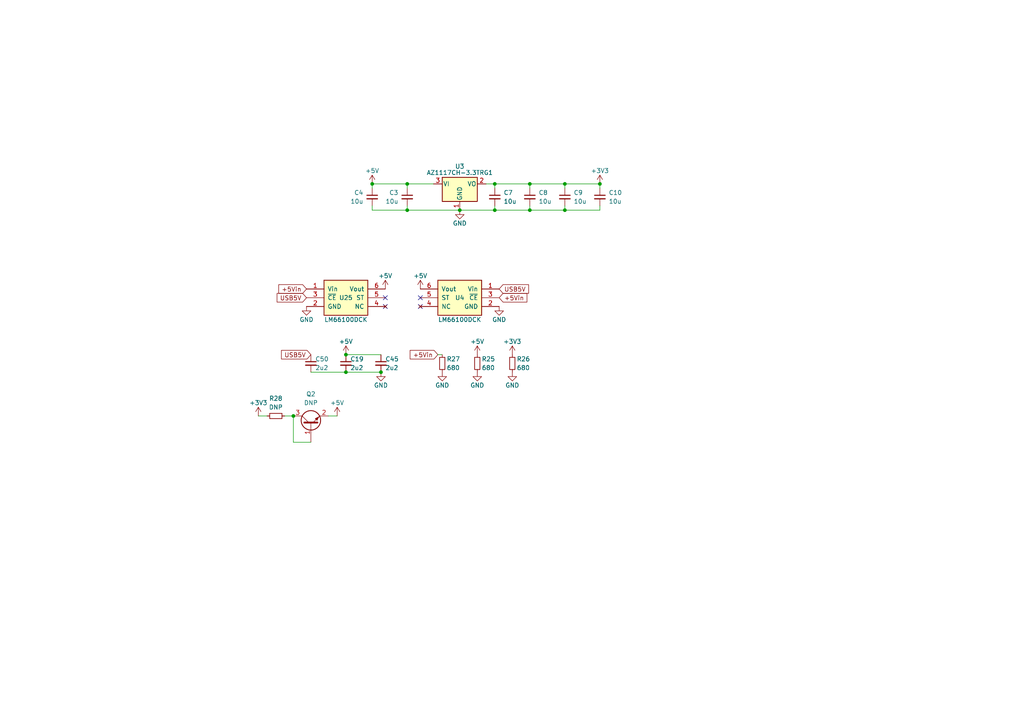
<source format=kicad_sch>
(kicad_sch (version 20231120) (generator "eeschema") (generator_version "8.0")
  (paper "A4")
  (title_block (title "WarpSE (GW4410A)") (date "2024-04-23") (rev "1.0") (company "Garrett's Workshop"))
  (lib_symbols
    (symbol "Device:C_Small" (pin_numbers hide) (pin_names (offset 0.254) hide)
      (property "Reference" "C" (at 0.254 1.778 0))
      (property "Value" "C_Small" (at 0.254 -2.032 0))
      (symbol "C_Small_0_1"
        (polyline (pts (xy -1.524 -0.508) (xy 1.524 -0.508)) (stroke (width 0.3302)))
        (polyline (pts (xy -1.524 0.508) (xy 1.524 0.508)) (stroke (width 0.3048)))
      )
      (symbol "C_Small_1_1"
        (pin passive line (at 0 2.54 270) (length 2.032) (name "~") (number "1"))
        (pin passive line (at 0 -2.54 90) (length 2.032) (name "~") (number "2"))
      )
    )
    (symbol "Device:R_Small" (pin_numbers hide) (pin_names (offset 0.254) hide)
      (property "Reference" "R" (at 0.762 0.508 0))
      (property "Value" "R_Small" (at 0.762 -1.016 0))
      (symbol "R_Small_0_1"
        (rectangle (start -0.762 1.778) (end 0.762 -1.778) (stroke (width 0.2032)))
      )
      (symbol "R_Small_1_1"
        (pin passive line (at 0 2.54 270) (length 0.762) (name "~") (number "1"))
        (pin passive line (at 0 -2.54 90) (length 0.762) (name "~") (number "2"))
      )
    )
    (symbol "GW_Power:LM66100DCK" (pin_names (offset 1.016))
      (property "Reference" "U" (at 0 6.35 0))
      (property "Value" "LM66100DCK" (at 0 -6.35 0))
      (property "Footprint" "stdpads:SOT-353" (at 0 -7.62 0))
      (symbol "LM66100DCK_0_1"
        (rectangle (start -6.35 5.08) (end 6.35 -5.08) (stroke (width 0.254)) (fill (type background)))
      )
      (symbol "LM66100DCK_1_1"
        (pin power_in line (at -11.43 2.54 0) (length 5.08) (name "Vin") (number "1"))
        (pin power_in line (at -11.43 -2.54 0) (length 5.08) (name "GND") (number "2"))
        (pin input line (at -11.43 0 0) (length 5.08) (name "~{CE}") (number "3"))
        (pin no_connect line (at 11.43 -2.54 180) (length 5.08) (name "NC") (number "4"))
        (pin output line (at 11.43 0 180) (length 5.08) (name "ST") (number "5"))
        (pin power_out line (at 11.43 2.54 180) (length 5.08) (name "Vout") (number "6"))
      )
    )
    (symbol "Regulator_Linear:AP1117-33" (pin_names (offset 0.254))
      (property "Reference" "U" (at -3.81 3.175 0))
      (property "Value" "AP1117-33" (at 0 3.175 0))
      (symbol "AP1117-33_0_1"
        (rectangle (start -5.08 -5.08) (end 5.08 1.905) (stroke (width 0.254)) (fill (type background)))
      )
      (symbol "AP1117-33_1_1"
        (pin power_in line (at 0 -7.62 90) (length 2.54) (name "GND") (number "1"))
        (pin power_out line (at 7.62 0 180) (length 2.54) (name "VO") (number "2"))
        (pin power_in line (at -7.62 0 0) (length 2.54) (name "VI") (number "3"))
      )
    )
    (symbol "Transistor_BJT:MMBT3904" (pin_names (offset 0) hide)
      (property "Reference" "Q" (at 5.08 1.905 0))
      (property "Value" "MMBT3904" (at 5.08 0 0))
      (symbol "MMBT3904_0_1"
        (polyline (pts (xy 0.635 0.635) (xy 2.54 2.54)))
        (polyline (pts (xy 0.635 -0.635) (xy 2.54 -2.54) (xy 2.54 -2.54)))
        (polyline (pts (xy 0.635 1.905) (xy 0.635 -1.905) (xy 0.635 -1.905)) (stroke (width 0.508)))
        (polyline (pts (xy 1.27 -1.778) (xy 1.778 -1.27) (xy 2.286 -2.286) (xy 1.27 -1.778) (xy 1.27 -1.778)) (fill (type outline)))
        (circle (center 1.27 0) (radius 2.8194) (stroke (width 0.254)))
      )
      (symbol "MMBT3904_1_1"
        (pin input line (at -5.08 0 0) (length 5.715) (name "B") (number "1"))
        (pin passive line (at 2.54 -5.08 90) (length 2.54) (name "E") (number "2"))
        (pin passive line (at 2.54 5.08 270) (length 2.54) (name "C") (number "3"))
      )
    )
    (symbol "power:+3V3" (power) (pin_names (offset 0))
      (property "Value" "+3V3" (at 0 3.556 0))
      (symbol "+3V3_0_1"
        (polyline (pts (xy -0.762 1.27) (xy 0 2.54)))
        (polyline (pts (xy 0 0) (xy 0 2.54)))
        (polyline (pts (xy 0 2.54) (xy 0.762 1.27)))
      )
      (symbol "+3V3_1_1"
        (pin power_in line (at 0 0 90) (length 0) hide (name "+3V3") (number "1"))
      )
    )
    (symbol "power:+5V" (power) (pin_names (offset 0))
      (property "Value" "+5V" (at 0 3.556 0))
      (symbol "+5V_0_1"
        (polyline (pts (xy -0.762 1.27) (xy 0 2.54)))
        (polyline (pts (xy 0 0) (xy 0 2.54)))
        (polyline (pts (xy 0 2.54) (xy 0.762 1.27)))
      )
      (symbol "+5V_1_1"
        (pin power_in line (at 0 0 90) (length 0) hide (name "+5V") (number "1"))
      )
    )
    (symbol "power:GND" (power) (pin_names (offset 0))
      (property "Value" "GND" (at 0 -3.81 0))
      (symbol "GND_0_1"
        (polyline (pts (xy 0 0) (xy 0 -1.27) (xy 1.27 -1.27) (xy 0 -2.54) (xy -1.27 -1.27) (xy 0 -1.27)))
      )
      (symbol "GND_1_1"
        (pin power_in line (at 0 0 270) (length 0) hide (name "GND") (number "1"))
      )
    )
  )
  (junction (at 100.33 102.87))
  (junction (at 153.67 60.96))
  (junction (at 133.35 60.96))
  (junction (at 163.83 60.96))
  (junction (at 118.11 60.96))
  (junction (at 153.67 53.34))
  (junction (at 100.33 107.95))
  (junction (at 143.51 53.34))
  (junction (at 107.95 53.34))
  (junction (at 118.11 53.34))
  (junction (at 85.09 120.65))
  (junction (at 173.99 53.34))
  (junction (at 163.83 53.34))
  (junction (at 143.51 60.96))
  (junction (at 110.49 107.95))
  (no_connect (at 121.92 88.9))
  (no_connect (at 111.76 86.36))
  (no_connect (at 121.92 86.36))
  (no_connect (at 111.76 88.9))
  (wire (pts (xy 163.83 53.34) (xy 173.99 53.34)))
  (wire (pts (xy 163.83 60.96) (xy 153.67 60.96)))
  (wire (pts (xy 85.09 120.65) (xy 85.09 128.27)))
  (wire (pts (xy 133.35 60.96) (xy 143.51 60.96)))
  (wire (pts (xy 153.67 53.34) (xy 163.83 53.34)))
  (wire (pts (xy 118.11 53.34) (xy 107.95 53.34)))
  (wire (pts (xy 118.11 53.34) (xy 125.73 53.34)))
  (wire (pts (xy 107.95 60.96) (xy 118.11 60.96)))
  (wire (pts (xy 118.11 59.69) (xy 118.11 60.96)))
  (wire (pts (xy 107.95 53.34) (xy 107.95 54.61)))
  (wire (pts (xy 153.67 59.69) (xy 153.67 60.96)))
  (wire (pts (xy 163.83 59.69) (xy 163.83 60.96)))
  (wire (pts (xy 163.83 53.34) (xy 163.83 54.61)))
  (wire (pts (xy 153.67 53.34) (xy 153.67 54.61)))
  (wire (pts (xy 107.95 59.69) (xy 107.95 60.96)))
  (wire (pts (xy 143.51 60.96) (xy 143.51 59.69)))
  (wire (pts (xy 173.99 59.69) (xy 173.99 60.96)))
  (wire (pts (xy 140.97 53.34) (xy 143.51 53.34)))
  (wire (pts (xy 173.99 53.34) (xy 173.99 54.61)))
  (wire (pts (xy 118.11 60.96) (xy 133.35 60.96)))
  (wire (pts (xy 127 102.87) (xy 128.27 102.87)))
  (wire (pts (xy 100.33 102.87) (xy 110.49 102.87)))
  (wire (pts (xy 143.51 53.34) (xy 143.51 54.61)))
  (wire (pts (xy 118.11 53.34) (xy 118.11 54.61)))
  (wire (pts (xy 82.55 120.65) (xy 85.09 120.65)))
  (wire (pts (xy 153.67 60.96) (xy 143.51 60.96)))
  (wire (pts (xy 143.51 53.34) (xy 153.67 53.34)))
  (wire (pts (xy 173.99 60.96) (xy 163.83 60.96)))
  (wire (pts (xy 100.33 107.95) (xy 110.49 107.95)))
  (wire (pts (xy 85.09 128.27) (xy 90.17 128.27)))
  (wire (pts (xy 90.17 107.95) (xy 100.33 107.95)))
  (wire (pts (xy 74.93 120.65) (xy 77.47 120.65)))
  (wire (pts (xy 95.25 120.65) (xy 97.79 120.65)))
  (global_label "+5Vin" (shape input) (at 88.9 83.82 180) (property "Intersheetrefs" "${INTERSHEET_REFS}" (effects (hide yes))))
  (global_label "+5Vin" (shape input) (at 127 102.87 180) (property "Intersheetrefs" "${INTERSHEET_REFS}" (effects (hide yes))))
  (global_label "USB5V" (shape input) (at 144.78 83.82 0) (property "Intersheetrefs" "${INTERSHEET_REFS}" (effects (hide yes))))
  (global_label "USB5V" (shape input) (at 88.9 86.36 180) (property "Intersheetrefs" "${INTERSHEET_REFS}" (effects (hide yes))))
  (global_label "+5Vin" (shape input) (at 144.78 86.36 0) (property "Intersheetrefs" "${INTERSHEET_REFS}" (effects (hide yes))))
  (global_label "USB5V" (shape input) (at 90.17 102.87 180) (property "Intersheetrefs" "${INTERSHEET_REFS}" (effects (hide yes))))
  (symbol (lib_id "Regulator_Linear:AP1117-33") (at 133.35 53.34 0) (unit 1)
    (property "Reference" "U3" (at 133.35 48.26 0))
    (property "Value" "AZ1117CH-3.3TRG1" (at 133.35 50.8 0) (effects (justify bottom)))
    (property "Footprint" "stdpads:SOT-223" (effects (hide yes)))
    (property "LCSC Part" "C92102" (effects (hide yes)))
  )
  (symbol (lib_id "power:+5V") (at 107.95 53.34 0) (unit 1)
    (property "Reference" "#PWR0129" (effects (hide yes)))
    (property "Value" "+5V" (at 107.95 49.53 0))
  )
  (symbol (lib_id "power:GND") (at 133.35 60.96 0) (unit 1)
    (property "Reference" "#PWR0130" (effects (hide yes)))
    (property "Value" "GND" (at 133.35 64.77 0))
  )
  (symbol (lib_id "Device:C_Small") (at 118.11 57.15 0) (unit 1)
    (property "Reference" "C3" (at 115.57 55.88 0) (effects (justify right)))
    (property "Value" "10u" (at 115.57 58.42 0) (effects (justify right)))
    (property "Footprint" "stdpads:C_0805" (effects (hide yes)))
    (property "LCSC Part" "C15850" (effects (hide yes)))
  )
  (symbol (lib_id "Device:C_Small") (at 143.51 57.15 0) (mirror y) (unit 1)
    (property "Reference" "C7" (at 146.05 55.88 0) (effects (justify right)))
    (property "Value" "10u" (at 146.05 58.42 0) (effects (justify right)))
    (property "Footprint" "stdpads:C_0805" (effects (hide yes)))
    (property "LCSC Part" "C15850" (effects (hide yes)))
  )
  (symbol (lib_id "Device:C_Small") (at 153.67 57.15 0) (mirror y) (unit 1)
    (property "Reference" "C8" (at 156.21 55.88 0) (effects (justify right)))
    (property "Value" "10u" (at 156.21 58.42 0) (effects (justify right)))
    (property "Footprint" "stdpads:C_0805" (effects (hide yes)))
    (property "LCSC Part" "C15850" (effects (hide yes)))
  )
  (symbol (lib_id "Device:C_Small") (at 163.83 57.15 0) (mirror y) (unit 1)
    (property "Reference" "C9" (at 166.37 55.88 0) (effects (justify right)))
    (property "Value" "10u" (at 166.37 58.42 0) (effects (justify right)))
    (property "Footprint" "stdpads:C_0805" (effects (hide yes)))
    (property "LCSC Part" "C15850" (effects (hide yes)))
  )
  (symbol (lib_id "Device:R_Small") (at 128.27 105.41 0) (unit 1)
    (property "Reference" "R27" (at 129.54 104.14 0) (effects (justify left)))
    (property "Value" "680" (at 129.54 106.68 0) (effects (justify left)))
    (property "Footprint" "stdpads:R_0805" (effects (hide yes)))
    (property "Description" "Resistor, small symbol" (effects (hide yes)))
  )
  (symbol (lib_id "power:GND") (at 88.9 88.9 0) (unit 1)
    (property "Reference" "#PWR030" (effects (hide yes)))
    (property "Value" "GND" (at 88.9 92.71 0))
  )
  (symbol (lib_id "Device:R_Small") (at 80.01 120.65 90) (unit 1)
    (property "Reference" "R28" (at 80.01 115.57 90))
    (property "Value" "DNP" (at 80.01 118.11 90))
    (property "Footprint" "stdpads:R_0805" (effects (hide yes)))
    (property "Description" "Resistor, small symbol" (effects (hide yes)))
  )
  (symbol (lib_id "power:GND") (at 110.49 107.95 0) (mirror y) (unit 1)
    (property "Reference" "#PWR033" (effects (hide yes)))
    (property "Value" "GND" (at 110.49 111.76 0))
  )
  (symbol (lib_id "power:+3V3") (at 148.59 102.87 0) (unit 1)
    (property "Reference" "#PWR037" (effects (hide yes)))
    (property "Value" "+3V3" (at 148.59 99.06 0))
  )
  (symbol (lib_id "GW_Power:LM66100DCK") (at 100.33 86.36 0) (unit 1)
    (property "Reference" "U25" (at 100.33 86.36 0))
    (property "Value" "LM66100DCK" (at 100.33 92.71 0))
    (property "Footprint" "stdpads:SOT-363" (effects (hide yes)))
  )
  (symbol (lib_id "power:GND") (at 148.59 107.95 0) (mirror y) (unit 1)
    (property "Reference" "#PWR038" (effects (hide yes)))
    (property "Value" "GND" (at 148.59 111.76 0))
  )
  (symbol (lib_id "power:+5V") (at 111.76 83.82 0) (unit 1)
    (property "Reference" "#PWR029" (effects (hide yes)))
    (property "Value" "+5V" (at 111.76 80.01 0))
  )
  (symbol (lib_id "power:+3V3") (at 173.99 53.34 0) (unit 1)
    (property "Reference" "#PWR025" (effects (hide yes)))
    (property "Value" "+3V3" (at 173.99 49.53 0))
  )
  (symbol (lib_id "Transistor_BJT:MMBT3904") (at 90.17 123.19 90) (unit 1)
    (property "Reference" "Q2" (at 90.17 114.3 90))
    (property "Value" "DNP" (at 90.17 116.84 90))
    (property "Footprint" "stdpads:SOT-23" (effects (hide yes)))
    (property "LCSC Part" "C20526" (effects (hide yes)))
  )
  (symbol (lib_id "power:GND") (at 144.78 88.9 0) (mirror y) (unit 1)
    (property "Reference" "#PWR032" (effects (hide yes)))
    (property "Value" "GND" (at 144.78 92.71 0))
  )
  (symbol (lib_id "Device:C_Small") (at 110.49 105.41 0) (unit 1)
    (property "Reference" "C45" (at 111.76 104.14 0) (effects (justify left)))
    (property "Value" "2u2" (at 111.76 106.68 0) (effects (justify left)))
    (property "Footprint" "stdpads:C_0603" (effects (hide yes)))
    (property "LCSC Part" "C23630" (effects (hide yes)))
  )
  (symbol (lib_id "Device:R_Small") (at 148.59 105.41 0) (unit 1)
    (property "Reference" "R26" (at 149.86 104.14 0) (effects (justify left)))
    (property "Value" "680" (at 149.86 106.68 0) (effects (justify left)))
    (property "Footprint" "stdpads:R_0805" (effects (hide yes)))
    (property "Description" "Resistor, small symbol" (effects (hide yes)))
  )
  (symbol (lib_id "power:+5V") (at 138.43 102.87 0) (unit 1)
    (property "Reference" "#PWR036" (effects (hide yes)))
    (property "Value" "+5V" (at 138.43 99.06 0))
  )
  (symbol (lib_id "Device:C_Small") (at 107.95 57.15 0) (unit 1)
    (property "Reference" "C4" (at 105.41 55.88 0) (effects (justify right)))
    (property "Value" "10u" (at 105.41 58.42 0) (effects (justify right)))
    (property "Footprint" "stdpads:C_0805" (effects (hide yes)))
    (property "LCSC Part" "C15850" (effects (hide yes)))
  )
  (symbol (lib_id "GW_Power:LM66100DCK") (at 133.35 86.36 0) (mirror y) (unit 1)
    (property "Reference" "U4" (at 133.35 86.36 0))
    (property "Value" "LM66100DCK" (at 133.35 92.71 0))
    (property "Footprint" "stdpads:SOT-363" (effects (hide yes)))
  )
  (symbol (lib_id "Device:R_Small") (at 138.43 105.41 0) (unit 1)
    (property "Reference" "R25" (at 139.7 104.14 0) (effects (justify left)))
    (property "Value" "680" (at 139.7 106.68 0) (effects (justify left)))
    (property "Footprint" "stdpads:R_0805" (effects (hide yes)))
    (property "Description" "Resistor, small symbol" (effects (hide yes)))
  )
  (symbol (lib_id "power:+5V") (at 97.79 120.65 0) (unit 1)
    (property "Reference" "#PWR039" (effects (hide yes)))
    (property "Value" "+5V" (at 97.79 116.84 0))
  )
  (symbol (lib_id "Device:C_Small") (at 173.99 57.15 0) (mirror y) (unit 1)
    (property "Reference" "C10" (at 176.53 55.88 0) (effects (justify right)))
    (property "Value" "10u" (at 176.53 58.42 0) (effects (justify right)))
    (property "Footprint" "stdpads:C_0805" (effects (hide yes)))
    (property "LCSC Part" "C15850" (effects (hide yes)))
  )
  (symbol (lib_id "power:+5V") (at 100.33 102.87 0) (unit 1)
    (property "Reference" "#PWR034" (effects (hide yes)))
    (property "Value" "+5V" (at 100.33 99.06 0))
  )
  (symbol (lib_id "power:+3V3") (at 74.93 120.65 0) (unit 1)
    (property "Reference" "#PWR040" (effects (hide yes)))
    (property "Value" "+3V3" (at 74.93 116.84 0))
  )
  (symbol (lib_id "power:GND") (at 138.43 107.95 0) (mirror y) (unit 1)
    (property "Reference" "#PWR035" (effects (hide yes)))
    (property "Value" "GND" (at 138.43 111.76 0))
  )
  (symbol (lib_id "Device:C_Small") (at 90.17 105.41 0) (unit 1)
    (property "Reference" "C50" (at 91.44 104.14 0) (effects (justify left)))
    (property "Value" "2u2" (at 91.44 106.68 0) (effects (justify left)))
    (property "Footprint" "stdpads:C_0603" (effects (hide yes)))
    (property "LCSC Part" "C23630" (effects (hide yes)))
  )
  (symbol (lib_id "Device:C_Small") (at 100.33 105.41 0) (unit 1)
    (property "Reference" "C19" (at 101.6 104.14 0) (effects (justify left)))
    (property "Value" "2u2" (at 101.6 106.68 0) (effects (justify left)))
    (property "Footprint" "stdpads:C_0603" (effects (hide yes)))
    (property "LCSC Part" "C23630" (effects (hide yes)))
  )
  (symbol (lib_id "power:GND") (at 128.27 107.95 0) (mirror y) (unit 1)
    (property "Reference" "#PWR049" (effects (hide yes)))
    (property "Value" "GND" (at 128.27 111.76 0))
  )
  (symbol (lib_id "power:+5V") (at 121.92 83.82 0) (unit 1)
    (property "Reference" "#PWR031" (effects (hide yes)))
    (property "Value" "+5V" (at 121.92 80.01 0))
  )
)
</source>
